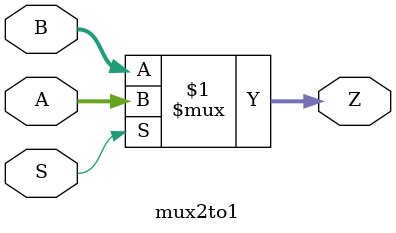
<source format=v>
module mux2to1(S,A,B,Z);
	input  S;
	input  [31:0] A;
	input  [31:0] B;
	output [31:0] Z;
	wire   [31:0] Z=S?A:B;
endmodule

</source>
